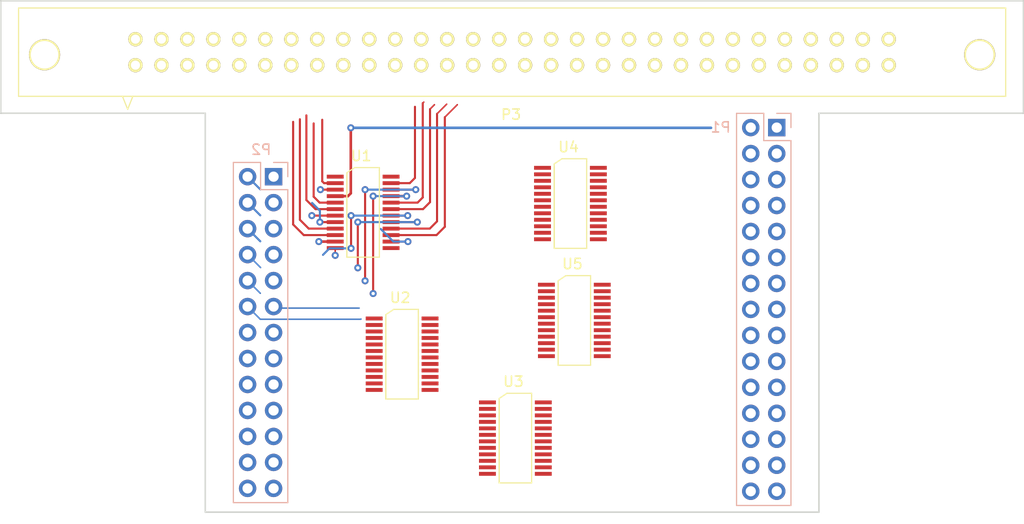
<source format=kicad_pcb>
(kicad_pcb (version 4) (host pcbnew 4.0.1-stable)

  (general
    (links 128)
    (no_connects 128)
    (area -50.075001 -30.075001 50.075001 20.075001)
    (thickness 1.6)
    (drawings 9)
    (tracks 95)
    (zones 0)
    (modules 8)
    (nets 109)
  )

  (page A4)
  (title_block
    (title "CSS118, Parking Meter PCB")
    (date 2016-07-25)
    (rev 7A)
    (company "Custom Silicon Solutions, Inc.")
  )

  (layers
    (0 F.Cu signal)
    (31 B.Cu signal)
    (32 B.Adhes user)
    (33 F.Adhes user)
    (34 B.Paste user)
    (35 F.Paste user)
    (36 B.SilkS user)
    (37 F.SilkS user)
    (38 B.Mask user)
    (39 F.Mask user)
    (40 Dwgs.User user)
    (41 Cmts.User user)
    (42 Eco1.User user)
    (43 Eco2.User user)
    (44 Edge.Cuts user)
    (45 Margin user)
    (46 B.CrtYd user)
    (47 F.CrtYd user)
    (48 B.Fab user)
    (49 F.Fab user)
  )

  (setup
    (last_trace_width 0.2032)
    (user_trace_width 0.1524)
    (user_trace_width 0.1778)
    (user_trace_width 0.2032)
    (user_trace_width 0.254)
    (trace_clearance 0.1524)
    (zone_clearance 0.508)
    (zone_45_only no)
    (trace_min 0.1524)
    (segment_width 0.2)
    (edge_width 0.15)
    (via_size 0.6858)
    (via_drill 0.3302)
    (via_min_size 0.6858)
    (via_min_drill 0.3302)
    (user_via 0.6858 0.3302)
    (uvia_size 0.3)
    (uvia_drill 0.1)
    (uvias_allowed no)
    (uvia_min_size 0.2)
    (uvia_min_drill 0.1)
    (pcb_text_width 0.3)
    (pcb_text_size 1.5 1.5)
    (mod_edge_width 0.15)
    (mod_text_size 1 1)
    (mod_text_width 0.15)
    (pad_size 1.524 1.524)
    (pad_drill 0.762)
    (pad_to_mask_clearance 0.2)
    (aux_axis_origin 0 0)
    (grid_origin -16.4592 -10.3124)
    (visible_elements 7FFEF77F)
    (pcbplotparams
      (layerselection 0x010f0_80000001)
      (usegerberextensions true)
      (excludeedgelayer true)
      (linewidth 0.100000)
      (plotframeref false)
      (viasonmask false)
      (mode 1)
      (useauxorigin false)
      (hpglpennumber 1)
      (hpglpenspeed 20)
      (hpglpendiameter 15)
      (hpglpenoverlay 2)
      (psnegative false)
      (psa4output false)
      (plotreference true)
      (plotvalue true)
      (plotinvisibletext false)
      (padsonsilk false)
      (subtractmaskfromsilk false)
      (outputformat 1)
      (mirror false)
      (drillshape 0)
      (scaleselection 1)
      (outputdirectory project_outputs/))
  )

  (net 0 "")
  (net 1 /MID1)
  (net 2 /MID2)
  (net 3 /A1)
  (net 4 /A2)
  (net 5 /B1)
  (net 6 /B2)
  (net 7 /LED1)
  (net 8 GND)
  (net 9 /LED2)
  (net 10 /C1)
  (net 11 /C2)
  (net 12 /D1)
  (net 13 /D2)
  (net 14 /E1)
  (net 15 /E2)
  (net 16 /F1)
  (net 17 /F2)
  (net 18 /G1)
  (net 19 /G2)
  (net 20 /H1)
  (net 21 /H2)
  (net 22 /I1)
  (net 23 /I2)
  (net 24 /J1)
  (net 25 /J2)
  (net 26 /K1)
  (net 27 /K2)
  (net 28 /L1)
  (net 29 /L2)
  (net 30 /M1)
  (net 31 /M2)
  (net 32 /N1)
  (net 33 /N2)
  (net 34 /O1)
  (net 35 /O2)
  (net 36 /P1)
  (net 37 /P2)
  (net 38 /Q1)
  (net 39 /Q2)
  (net 40 /R1)
  (net 41 /R2)
  (net 42 /S1)
  (net 43 /S2)
  (net 44 /T1)
  (net 45 /T2)
  (net 46 /U1)
  (net 47 /U2)
  (net 48 /V1)
  (net 49 /V2)
  (net 50 /SDA)
  (net 51 /SCL)
  (net 52 /3V3)
  (net 53 "Net-(P2-Pad1)")
  (net 54 "Net-(P1-Pad1)")
  (net 55 "Net-(P2-Pad25)")
  (net 56 "Net-(P2-Pad26)")
  (net 57 /MID1_SW)
  (net 58 /MID2_SW)
  (net 59 /A1_SW)
  (net 60 /A2_SW)
  (net 61 /B1_SW)
  (net 62 /B2_SW)
  (net 63 /C1_SW)
  (net 64 /C2_SW)
  (net 65 /D1_SW)
  (net 66 /D2_SW)
  (net 67 /E1_SW)
  (net 68 /E2_SW)
  (net 69 /F1_SW)
  (net 70 /F2_SW)
  (net 71 /G1_SW)
  (net 72 /G2_SW)
  (net 73 /H1_SW)
  (net 74 /H2_SW)
  (net 75 /I1_SW)
  (net 76 /I2_SW)
  (net 77 /J1_SW)
  (net 78 /J2_SW)
  (net 79 /K1_SW)
  (net 80 /K2_SW)
  (net 81 /L1_SW)
  (net 82 /L2_SW)
  (net 83 /M1_SW)
  (net 84 /M2_SW)
  (net 85 /N1_SW)
  (net 86 /N2_SW)
  (net 87 /O1_SW)
  (net 88 /O2_SW)
  (net 89 /P1_SW)
  (net 90 /P2_SW)
  (net 91 /Q1_SW)
  (net 92 /Q2_SW)
  (net 93 /R1_SW)
  (net 94 /R2_SW)
  (net 95 /S1_SW)
  (net 96 /S2_SW)
  (net 97 /T1_SW)
  (net 98 /T2_SW)
  (net 99 /U1_SW)
  (net 100 /U2_SW)
  (net 101 /V1_SW)
  (net 102 /V2_SW)
  (net 103 /LED1_SW)
  (net 104 /LED2_SW)
  (net 105 /SDA_SW)
  (net 106 /SCL_SW)
  (net 107 /5V)
  (net 108 /CTL)

  (net_class Default "This is the default net class."
    (clearance 0.1524)
    (trace_width 0.1524)
    (via_dia 0.6858)
    (via_drill 0.3302)
    (uvia_dia 0.3)
    (uvia_drill 0.1)
    (add_net /3V3)
    (add_net /5V)
    (add_net /A1)
    (add_net /A1_SW)
    (add_net /A2)
    (add_net /A2_SW)
    (add_net /B1)
    (add_net /B1_SW)
    (add_net /B2)
    (add_net /B2_SW)
    (add_net /C1)
    (add_net /C1_SW)
    (add_net /C2)
    (add_net /C2_SW)
    (add_net /CTL)
    (add_net /D1)
    (add_net /D1_SW)
    (add_net /D2)
    (add_net /D2_SW)
    (add_net /E1)
    (add_net /E1_SW)
    (add_net /E2)
    (add_net /E2_SW)
    (add_net /F1)
    (add_net /F1_SW)
    (add_net /F2)
    (add_net /F2_SW)
    (add_net /G1)
    (add_net /G1_SW)
    (add_net /G2)
    (add_net /G2_SW)
    (add_net /H1)
    (add_net /H1_SW)
    (add_net /H2)
    (add_net /H2_SW)
    (add_net /I1)
    (add_net /I1_SW)
    (add_net /I2)
    (add_net /I2_SW)
    (add_net /J1)
    (add_net /J1_SW)
    (add_net /J2)
    (add_net /J2_SW)
    (add_net /K1)
    (add_net /K1_SW)
    (add_net /K2)
    (add_net /K2_SW)
    (add_net /L1)
    (add_net /L1_SW)
    (add_net /L2)
    (add_net /L2_SW)
    (add_net /LED1)
    (add_net /LED1_SW)
    (add_net /LED2)
    (add_net /LED2_SW)
    (add_net /M1)
    (add_net /M1_SW)
    (add_net /M2)
    (add_net /M2_SW)
    (add_net /MID1)
    (add_net /MID1_SW)
    (add_net /MID2)
    (add_net /MID2_SW)
    (add_net /N1)
    (add_net /N1_SW)
    (add_net /N2)
    (add_net /N2_SW)
    (add_net /O1)
    (add_net /O1_SW)
    (add_net /O2)
    (add_net /O2_SW)
    (add_net /P1)
    (add_net /P1_SW)
    (add_net /P2)
    (add_net /P2_SW)
    (add_net /Q1)
    (add_net /Q1_SW)
    (add_net /Q2)
    (add_net /Q2_SW)
    (add_net /R1)
    (add_net /R1_SW)
    (add_net /R2)
    (add_net /R2_SW)
    (add_net /S1)
    (add_net /S1_SW)
    (add_net /S2)
    (add_net /S2_SW)
    (add_net /SCL)
    (add_net /SCL_SW)
    (add_net /SDA)
    (add_net /SDA_SW)
    (add_net /T1)
    (add_net /T1_SW)
    (add_net /T2)
    (add_net /T2_SW)
    (add_net /U1)
    (add_net /U1_SW)
    (add_net /U2)
    (add_net /U2_SW)
    (add_net /V1)
    (add_net /V1_SW)
    (add_net /V2)
    (add_net /V2_SW)
    (add_net GND)
    (add_net "Net-(P1-Pad1)")
    (add_net "Net-(P2-Pad1)")
    (add_net "Net-(P2-Pad25)")
    (add_net "Net-(P2-Pad26)")
  )

  (module Pin_Header_Straight_2x15_Pitch2.54mm (layer B.Cu) (tedit 589A9CD3) (tstamp 588AEAED)
    (at 24.605 0.18 180)
    (descr "Through hole straight pin header, 2x15, 2.54mm pitch, double rows")
    (tags "Through hole pin header THT 2x15 2.54mm double row")
    (path /588CBED8)
    (fp_text reference P1 (at 4.2088 17.8076 180) (layer B.SilkS)
      (effects (font (size 1 1) (thickness 0.15)) (justify mirror))
    )
    (fp_text value CONN_02X15 (at 0 -20.17 180) (layer B.Fab)
      (effects (font (size 1 1) (thickness 0.15)) (justify mirror))
    )
    (fp_line (start -2.54 19.05) (end -2.54 -19.05) (layer B.Fab) (width 0.1))
    (fp_line (start -2.54 -19.05) (end 2.54 -19.05) (layer B.Fab) (width 0.1))
    (fp_line (start 2.54 -19.05) (end 2.54 19.05) (layer B.Fab) (width 0.1))
    (fp_line (start 2.54 19.05) (end -2.54 19.05) (layer B.Fab) (width 0.1))
    (fp_line (start -2.66 16.51) (end -2.66 -19.17) (layer B.SilkS) (width 0.12))
    (fp_line (start -2.66 -19.17) (end 2.66 -19.17) (layer B.SilkS) (width 0.12))
    (fp_line (start 2.66 -19.17) (end 2.66 19.17) (layer B.SilkS) (width 0.12))
    (fp_line (start 2.66 19.17) (end 0 19.17) (layer B.SilkS) (width 0.12))
    (fp_line (start 0 19.17) (end 0 16.51) (layer B.SilkS) (width 0.12))
    (fp_line (start 0 16.51) (end -2.66 16.51) (layer B.SilkS) (width 0.12))
    (fp_line (start -2.66 17.78) (end -2.66 19.17) (layer B.SilkS) (width 0.12))
    (fp_line (start -2.66 19.17) (end -1.27 19.17) (layer B.SilkS) (width 0.12))
    (fp_line (start -2.87 19.38) (end -2.87 -19.32) (layer B.CrtYd) (width 0.05))
    (fp_line (start -2.87 -19.32) (end 2.83 -19.32) (layer B.CrtYd) (width 0.05))
    (fp_line (start 2.83 -19.32) (end 2.83 19.38) (layer B.CrtYd) (width 0.05))
    (fp_line (start 2.83 19.38) (end -2.87 19.38) (layer B.CrtYd) (width 0.05))
    (pad 1 thru_hole rect (at -1.27 17.78 180) (size 1.7 1.7) (drill 1) (layers *.Cu *.Mask)
      (net 54 "Net-(P1-Pad1)"))
    (pad 2 thru_hole oval (at 1.27 17.78 180) (size 1.7 1.7) (drill 1) (layers *.Cu *.Mask)
      (net 2 /MID2))
    (pad 3 thru_hole oval (at -1.27 15.24 180) (size 1.7 1.7) (drill 1) (layers *.Cu *.Mask)
      (net 29 /L2))
    (pad 4 thru_hole oval (at 1.27 15.24 180) (size 1.7 1.7) (drill 1) (layers *.Cu *.Mask)
      (net 28 /L1))
    (pad 5 thru_hole oval (at -1.27 12.7 180) (size 1.7 1.7) (drill 1) (layers *.Cu *.Mask)
      (net 31 /M2))
    (pad 6 thru_hole oval (at 1.27 12.7 180) (size 1.7 1.7) (drill 1) (layers *.Cu *.Mask)
      (net 30 /M1))
    (pad 7 thru_hole oval (at -1.27 10.16 180) (size 1.7 1.7) (drill 1) (layers *.Cu *.Mask)
      (net 33 /N2))
    (pad 8 thru_hole oval (at 1.27 10.16 180) (size 1.7 1.7) (drill 1) (layers *.Cu *.Mask)
      (net 32 /N1))
    (pad 9 thru_hole oval (at -1.27 7.62 180) (size 1.7 1.7) (drill 1) (layers *.Cu *.Mask)
      (net 35 /O2))
    (pad 10 thru_hole oval (at 1.27 7.62 180) (size 1.7 1.7) (drill 1) (layers *.Cu *.Mask)
      (net 34 /O1))
    (pad 11 thru_hole oval (at -1.27 5.08 180) (size 1.7 1.7) (drill 1) (layers *.Cu *.Mask)
      (net 37 /P2))
    (pad 12 thru_hole oval (at 1.27 5.08 180) (size 1.7 1.7) (drill 1) (layers *.Cu *.Mask)
      (net 36 /P1))
    (pad 13 thru_hole oval (at -1.27 2.54 180) (size 1.7 1.7) (drill 1) (layers *.Cu *.Mask)
      (net 39 /Q2))
    (pad 14 thru_hole oval (at 1.27 2.54 180) (size 1.7 1.7) (drill 1) (layers *.Cu *.Mask)
      (net 38 /Q1))
    (pad 15 thru_hole oval (at -1.27 0 180) (size 1.7 1.7) (drill 1) (layers *.Cu *.Mask)
      (net 41 /R2))
    (pad 16 thru_hole oval (at 1.27 0 180) (size 1.7 1.7) (drill 1) (layers *.Cu *.Mask)
      (net 40 /R1))
    (pad 17 thru_hole oval (at -1.27 -2.54 180) (size 1.7 1.7) (drill 1) (layers *.Cu *.Mask)
      (net 43 /S2))
    (pad 18 thru_hole oval (at 1.27 -2.54 180) (size 1.7 1.7) (drill 1) (layers *.Cu *.Mask)
      (net 42 /S1))
    (pad 19 thru_hole oval (at -1.27 -5.08 180) (size 1.7 1.7) (drill 1) (layers *.Cu *.Mask)
      (net 45 /T2))
    (pad 20 thru_hole oval (at 1.27 -5.08 180) (size 1.7 1.7) (drill 1) (layers *.Cu *.Mask)
      (net 44 /T1))
    (pad 21 thru_hole oval (at -1.27 -7.62 180) (size 1.7 1.7) (drill 1) (layers *.Cu *.Mask)
      (net 47 /U2))
    (pad 22 thru_hole oval (at 1.27 -7.62 180) (size 1.7 1.7) (drill 1) (layers *.Cu *.Mask)
      (net 46 /U1))
    (pad 23 thru_hole oval (at -1.27 -10.16 180) (size 1.7 1.7) (drill 1) (layers *.Cu *.Mask)
      (net 49 /V2))
    (pad 24 thru_hole oval (at 1.27 -10.16 180) (size 1.7 1.7) (drill 1) (layers *.Cu *.Mask)
      (net 48 /V1))
    (pad 25 thru_hole oval (at -1.27 -12.7 180) (size 1.7 1.7) (drill 1) (layers *.Cu *.Mask)
      (net 9 /LED2))
    (pad 26 thru_hole oval (at 1.27 -12.7 180) (size 1.7 1.7) (drill 1) (layers *.Cu *.Mask)
      (net 52 /3V3))
    (pad 27 thru_hole oval (at -1.27 -15.24 180) (size 1.7 1.7) (drill 1) (layers *.Cu *.Mask)
      (net 50 /SDA))
    (pad 28 thru_hole oval (at 1.27 -15.24 180) (size 1.7 1.7) (drill 1) (layers *.Cu *.Mask)
      (net 7 /LED1))
    (pad 29 thru_hole oval (at -1.27 -17.78 180) (size 1.7 1.7) (drill 1) (layers *.Cu *.Mask)
      (net 8 GND))
    (pad 30 thru_hole oval (at 1.27 -17.78 180) (size 1.7 1.7) (drill 1) (layers *.Cu *.Mask)
      (net 51 /SCL))
    (model Pin_Headers.3dshapes/Pin_Header_Straight_2x15_Pitch2.54mm.wrl
      (at (xyz 0.05 -0.7 0))
      (scale (xyz 1 1 1))
      (rotate (xyz 0 0 90))
    )
  )

  (module footprints_on_Cdrive:Pin_Header_Straight_2x13_Pitch2.54mm (layer B.Cu) (tedit 589AA5E4) (tstamp 588AEB1B)
    (at -24.595 2.44 180)
    (descr "Through hole straight pin header, 2x13, 2.54mm pitch, double rows")
    (tags "Through hole pin header THT 2x13 2.54mm double row")
    (path /588CBEDF)
    (fp_text reference P2 (at -0.0586 17.8832 180) (layer B.SilkS)
      (effects (font (size 1 1) (thickness 0.15)) (justify mirror))
    )
    (fp_text value CONN_02X13 (at 0 -17.63 180) (layer B.Fab)
      (effects (font (size 1 1) (thickness 0.15)) (justify mirror))
    )
    (fp_line (start -2.54 16.51) (end -2.54 -16.51) (layer B.Fab) (width 0.1))
    (fp_line (start -2.54 -16.51) (end 2.54 -16.51) (layer B.Fab) (width 0.1))
    (fp_line (start 2.54 -16.51) (end 2.54 16.51) (layer B.Fab) (width 0.1))
    (fp_line (start 2.54 16.51) (end -2.54 16.51) (layer B.Fab) (width 0.1))
    (fp_line (start -2.66 13.97) (end -2.66 -16.63) (layer B.SilkS) (width 0.12))
    (fp_line (start -2.66 -16.63) (end 2.66 -16.63) (layer B.SilkS) (width 0.12))
    (fp_line (start 2.66 -16.63) (end 2.66 16.63) (layer B.SilkS) (width 0.12))
    (fp_line (start 2.66 16.63) (end 0 16.63) (layer B.SilkS) (width 0.12))
    (fp_line (start 0 16.63) (end 0 13.97) (layer B.SilkS) (width 0.12))
    (fp_line (start 0 13.97) (end -2.66 13.97) (layer B.SilkS) (width 0.12))
    (fp_line (start -2.66 15.24) (end -2.66 16.63) (layer B.SilkS) (width 0.12))
    (fp_line (start -2.66 16.63) (end -1.27 16.63) (layer B.SilkS) (width 0.12))
    (fp_line (start -2.87 16.84) (end -2.87 -16.76) (layer B.CrtYd) (width 0.05))
    (fp_line (start -2.87 -16.76) (end 2.83 -16.76) (layer B.CrtYd) (width 0.05))
    (fp_line (start 2.83 -16.76) (end 2.83 16.84) (layer B.CrtYd) (width 0.05))
    (fp_line (start 2.83 16.84) (end -2.87 16.84) (layer B.CrtYd) (width 0.05))
    (pad 1 thru_hole rect (at -1.27 15.24 180) (size 1.7 1.7) (drill 1) (layers *.Cu *.Mask)
      (net 53 "Net-(P2-Pad1)"))
    (pad 2 thru_hole oval (at 1.27 15.24 180) (size 1.7 1.7) (drill 1) (layers *.Cu *.Mask)
      (net 1 /MID1))
    (pad 3 thru_hole oval (at -1.27 12.7 180) (size 1.7 1.7) (drill 1) (layers *.Cu *.Mask)
      (net 4 /A2))
    (pad 4 thru_hole oval (at 1.27 12.7 180) (size 1.7 1.7) (drill 1) (layers *.Cu *.Mask)
      (net 3 /A1))
    (pad 5 thru_hole oval (at -1.27 10.16 180) (size 1.7 1.7) (drill 1) (layers *.Cu *.Mask)
      (net 6 /B2))
    (pad 6 thru_hole oval (at 1.27 10.16 180) (size 1.7 1.7) (drill 1) (layers *.Cu *.Mask)
      (net 5 /B1))
    (pad 7 thru_hole oval (at -1.27 7.62 180) (size 1.7 1.7) (drill 1) (layers *.Cu *.Mask)
      (net 11 /C2))
    (pad 8 thru_hole oval (at 1.27 7.62 180) (size 1.7 1.7) (drill 1) (layers *.Cu *.Mask)
      (net 10 /C1))
    (pad 9 thru_hole oval (at -1.27 5.08 180) (size 1.7 1.7) (drill 1) (layers *.Cu *.Mask)
      (net 13 /D2))
    (pad 10 thru_hole oval (at 1.27 5.08 180) (size 1.7 1.7) (drill 1) (layers *.Cu *.Mask)
      (net 12 /D1))
    (pad 11 thru_hole oval (at -1.27 2.54 180) (size 1.7 1.7) (drill 1) (layers *.Cu *.Mask)
      (net 15 /E2))
    (pad 12 thru_hole oval (at 1.27 2.54 180) (size 1.7 1.7) (drill 1) (layers *.Cu *.Mask)
      (net 14 /E1))
    (pad 13 thru_hole oval (at -1.27 0 180) (size 1.7 1.7) (drill 1) (layers *.Cu *.Mask)
      (net 17 /F2))
    (pad 14 thru_hole oval (at 1.27 0 180) (size 1.7 1.7) (drill 1) (layers *.Cu *.Mask)
      (net 16 /F1))
    (pad 15 thru_hole oval (at -1.27 -2.54 180) (size 1.7 1.7) (drill 1) (layers *.Cu *.Mask)
      (net 19 /G2))
    (pad 16 thru_hole oval (at 1.27 -2.54 180) (size 1.7 1.7) (drill 1) (layers *.Cu *.Mask)
      (net 18 /G1))
    (pad 17 thru_hole oval (at -1.27 -5.08 180) (size 1.7 1.7) (drill 1) (layers *.Cu *.Mask)
      (net 21 /H2))
    (pad 18 thru_hole oval (at 1.27 -5.08 180) (size 1.7 1.7) (drill 1) (layers *.Cu *.Mask)
      (net 20 /H1))
    (pad 19 thru_hole oval (at -1.27 -7.62 180) (size 1.7 1.7) (drill 1) (layers *.Cu *.Mask)
      (net 23 /I2))
    (pad 20 thru_hole oval (at 1.27 -7.62 180) (size 1.7 1.7) (drill 1) (layers *.Cu *.Mask)
      (net 22 /I1))
    (pad 21 thru_hole oval (at -1.27 -10.16 180) (size 1.7 1.7) (drill 1) (layers *.Cu *.Mask)
      (net 25 /J2))
    (pad 22 thru_hole oval (at 1.27 -10.16 180) (size 1.7 1.7) (drill 1) (layers *.Cu *.Mask)
      (net 24 /J1))
    (pad 23 thru_hole oval (at -1.27 -12.7 180) (size 1.7 1.7) (drill 1) (layers *.Cu *.Mask)
      (net 27 /K2))
    (pad 24 thru_hole oval (at 1.27 -12.7 180) (size 1.7 1.7) (drill 1) (layers *.Cu *.Mask)
      (net 26 /K1))
    (pad 25 thru_hole oval (at -1.27 -15.24 180) (size 1.7 1.7) (drill 1) (layers *.Cu *.Mask)
      (net 55 "Net-(P2-Pad25)"))
    (pad 26 thru_hole oval (at 1.27 -15.24 180) (size 1.7 1.7) (drill 1) (layers *.Cu *.Mask)
      (net 56 "Net-(P2-Pad26)"))
    (model Pin_Headers.3dshapes/Pin_Header_Straight_2x13_Pitch2.54mm.wrl
      (at (xyz 0.05 -0.6 0))
      (scale (xyz 1 1 1))
      (rotate (xyz 0 0 90))
    )
  )

  (module footprints_on_Cdrive:HDR_2x30_F_latch (layer F.Cu) (tedit 589A9C3C) (tstamp 589BF933)
    (at 0 -24.9746)
    (path /589B12C3)
    (fp_text reference P3 (at -0.1016 6.1024) (layer F.SilkS)
      (effects (font (size 1 1) (thickness 0.15)))
    )
    (fp_text value CONN_02X30 (at 0.508 8.89) (layer F.Fab)
      (effects (font (size 1 1) (thickness 0.15)))
    )
    (fp_line (start -38.1 4.318) (end -37.592 5.588) (layer F.SilkS) (width 0.12))
    (fp_line (start -37.592 5.588) (end -37.084 4.318) (layer F.SilkS) (width 0.12))
    (fp_line (start -48.26 0) (end -48.26 -4.318) (layer F.SilkS) (width 0.12))
    (fp_line (start -48.26 -4.318) (end 48.26 -4.318) (layer F.SilkS) (width 0.12))
    (fp_line (start 48.26 -4.318) (end 48.26 4.318) (layer F.SilkS) (width 0.12))
    (fp_line (start 48.26 4.318) (end -48.26 4.318) (layer F.SilkS) (width 0.12))
    (fp_line (start -48.26 4.318) (end -48.26 0) (layer F.SilkS) (width 0.12))
    (pad 1 thru_hole circle (at -36.83 1.27) (size 1.397 1.397) (drill 0.889) (layers *.Cu *.Mask F.SilkS)
      (net 57 /MID1_SW))
    (pad 2 thru_hole circle (at -36.83 -1.27) (size 1.397 1.397) (drill 0.889) (layers *.Cu *.Mask F.SilkS)
      (net 58 /MID2_SW))
    (pad 3 thru_hole circle (at -34.29 1.27) (size 1.397 1.397) (drill 0.889) (layers *.Cu *.Mask F.SilkS)
      (net 59 /A1_SW))
    (pad 4 thru_hole circle (at -34.29 -1.27) (size 1.397 1.397) (drill 0.889) (layers *.Cu *.Mask F.SilkS)
      (net 60 /A2_SW))
    (pad 5 thru_hole circle (at -31.75 1.27) (size 1.397 1.397) (drill 0.889) (layers *.Cu *.Mask F.SilkS)
      (net 61 /B1_SW))
    (pad 6 thru_hole circle (at -31.75 -1.27) (size 1.397 1.397) (drill 0.889) (layers *.Cu *.Mask F.SilkS)
      (net 62 /B2_SW))
    (pad 7 thru_hole circle (at -29.21 1.27) (size 1.397 1.397) (drill 0.889) (layers *.Cu *.Mask F.SilkS)
      (net 63 /C1_SW))
    (pad 8 thru_hole circle (at -29.21 -1.27) (size 1.397 1.397) (drill 0.889) (layers *.Cu *.Mask F.SilkS)
      (net 64 /C2_SW))
    (pad 9 thru_hole circle (at -26.67 1.27) (size 1.397 1.397) (drill 0.889) (layers *.Cu *.Mask F.SilkS)
      (net 65 /D1_SW))
    (pad 10 thru_hole circle (at -26.67 -1.27) (size 1.397 1.397) (drill 0.889) (layers *.Cu *.Mask F.SilkS)
      (net 66 /D2_SW))
    (pad 11 thru_hole circle (at -24.13 1.27) (size 1.397 1.397) (drill 0.889) (layers *.Cu *.Mask F.SilkS)
      (net 67 /E1_SW))
    (pad 12 thru_hole circle (at -24.13 -1.27) (size 1.397 1.397) (drill 0.889) (layers *.Cu *.Mask F.SilkS)
      (net 68 /E2_SW))
    (pad 13 thru_hole circle (at -21.59 1.27) (size 1.397 1.397) (drill 0.889) (layers *.Cu *.Mask F.SilkS)
      (net 69 /F1_SW))
    (pad 14 thru_hole circle (at -21.59 -1.27) (size 1.397 1.397) (drill 0.889) (layers *.Cu *.Mask F.SilkS)
      (net 70 /F2_SW))
    (pad 15 thru_hole circle (at -19.05 1.27) (size 1.397 1.397) (drill 0.889) (layers *.Cu *.Mask F.SilkS)
      (net 71 /G1_SW))
    (pad 16 thru_hole circle (at -19.05 -1.27) (size 1.397 1.397) (drill 0.889) (layers *.Cu *.Mask F.SilkS)
      (net 72 /G2_SW))
    (pad 17 thru_hole circle (at -16.51 1.27) (size 1.397 1.397) (drill 0.889) (layers *.Cu *.Mask F.SilkS)
      (net 73 /H1_SW))
    (pad 18 thru_hole circle (at -16.51 -1.27) (size 1.397 1.397) (drill 0.889) (layers *.Cu *.Mask F.SilkS)
      (net 74 /H2_SW))
    (pad 19 thru_hole circle (at -13.97 1.27) (size 1.397 1.397) (drill 0.889) (layers *.Cu *.Mask F.SilkS)
      (net 75 /I1_SW))
    (pad 20 thru_hole circle (at -13.97 -1.27) (size 1.397 1.397) (drill 0.889) (layers *.Cu *.Mask F.SilkS)
      (net 76 /I2_SW))
    (pad 21 thru_hole circle (at -11.43 1.27) (size 1.397 1.397) (drill 0.889) (layers *.Cu *.Mask F.SilkS)
      (net 77 /J1_SW))
    (pad 22 thru_hole circle (at -11.43 -1.27) (size 1.397 1.397) (drill 0.889) (layers *.Cu *.Mask F.SilkS)
      (net 78 /J2_SW))
    (pad 23 thru_hole circle (at -8.89 1.27) (size 1.397 1.397) (drill 0.889) (layers *.Cu *.Mask F.SilkS)
      (net 79 /K1_SW))
    (pad 24 thru_hole circle (at -8.89 -1.27) (size 1.397 1.397) (drill 0.889) (layers *.Cu *.Mask F.SilkS)
      (net 80 /K2_SW))
    (pad 25 thru_hole circle (at -6.35 1.27) (size 1.397 1.397) (drill 0.889) (layers *.Cu *.Mask F.SilkS)
      (net 81 /L1_SW))
    (pad 26 thru_hole circle (at -6.35 -1.27) (size 1.397 1.397) (drill 0.889) (layers *.Cu *.Mask F.SilkS)
      (net 82 /L2_SW))
    (pad 27 thru_hole circle (at -3.81 1.27) (size 1.397 1.397) (drill 0.889) (layers *.Cu *.Mask F.SilkS)
      (net 83 /M1_SW))
    (pad 28 thru_hole circle (at -3.81 -1.27) (size 1.397 1.397) (drill 0.889) (layers *.Cu *.Mask F.SilkS)
      (net 84 /M2_SW))
    (pad 29 thru_hole circle (at -1.27 1.27) (size 1.397 1.397) (drill 0.889) (layers *.Cu *.Mask F.SilkS)
      (net 85 /N1_SW))
    (pad 30 thru_hole circle (at -1.27 -1.27) (size 1.397 1.397) (drill 0.889) (layers *.Cu *.Mask F.SilkS)
      (net 86 /N2_SW))
    (pad 31 thru_hole circle (at 1.27 1.27) (size 1.397 1.397) (drill 0.889) (layers *.Cu *.Mask F.SilkS)
      (net 87 /O1_SW))
    (pad 32 thru_hole circle (at 1.27 -1.27) (size 1.397 1.397) (drill 0.889) (layers *.Cu *.Mask F.SilkS)
      (net 88 /O2_SW))
    (pad 33 thru_hole circle (at 3.81 1.27) (size 1.397 1.397) (drill 0.889) (layers *.Cu *.Mask F.SilkS)
      (net 89 /P1_SW))
    (pad 34 thru_hole circle (at 3.81 -1.27) (size 1.397 1.397) (drill 0.889) (layers *.Cu *.Mask F.SilkS)
      (net 90 /P2_SW))
    (pad 35 thru_hole circle (at 6.35 1.27) (size 1.397 1.397) (drill 0.889) (layers *.Cu *.Mask F.SilkS)
      (net 91 /Q1_SW))
    (pad 36 thru_hole circle (at 6.35 -1.27) (size 1.397 1.397) (drill 0.889) (layers *.Cu *.Mask F.SilkS)
      (net 92 /Q2_SW))
    (pad 37 thru_hole circle (at 8.89 1.27) (size 1.397 1.397) (drill 0.889) (layers *.Cu *.Mask F.SilkS)
      (net 93 /R1_SW))
    (pad 38 thru_hole circle (at 8.89 -1.27) (size 1.397 1.397) (drill 0.889) (layers *.Cu *.Mask F.SilkS)
      (net 94 /R2_SW))
    (pad 39 thru_hole circle (at 11.43 1.27) (size 1.397 1.397) (drill 0.889) (layers *.Cu *.Mask F.SilkS)
      (net 95 /S1_SW))
    (pad 40 thru_hole circle (at 11.43 -1.27) (size 1.397 1.397) (drill 0.889) (layers *.Cu *.Mask F.SilkS)
      (net 96 /S2_SW))
    (pad 41 thru_hole circle (at 13.97 1.27) (size 1.397 1.397) (drill 0.889) (layers *.Cu *.Mask F.SilkS)
      (net 97 /T1_SW))
    (pad 42 thru_hole circle (at 13.97 -1.27) (size 1.397 1.397) (drill 0.889) (layers *.Cu *.Mask F.SilkS)
      (net 98 /T2_SW))
    (pad 43 thru_hole circle (at 16.51 1.27) (size 1.397 1.397) (drill 0.889) (layers *.Cu *.Mask F.SilkS)
      (net 99 /U1_SW))
    (pad 44 thru_hole circle (at 16.51 -1.27) (size 1.397 1.397) (drill 0.889) (layers *.Cu *.Mask F.SilkS)
      (net 100 /U2_SW))
    (pad 45 thru_hole circle (at 19.05 1.27) (size 1.397 1.397) (drill 0.889) (layers *.Cu *.Mask F.SilkS)
      (net 101 /V1_SW))
    (pad 46 thru_hole circle (at 19.05 -1.27) (size 1.397 1.397) (drill 0.889) (layers *.Cu *.Mask F.SilkS)
      (net 102 /V2_SW))
    (pad 47 thru_hole circle (at 21.59 1.27) (size 1.397 1.397) (drill 0.889) (layers *.Cu *.Mask F.SilkS)
      (net 103 /LED1_SW))
    (pad 48 thru_hole circle (at 21.59 -1.27) (size 1.397 1.397) (drill 0.889) (layers *.Cu *.Mask F.SilkS)
      (net 104 /LED2_SW))
    (pad 49 thru_hole circle (at 24.13 1.27) (size 1.397 1.397) (drill 0.889) (layers *.Cu *.Mask F.SilkS)
      (net 105 /SDA_SW))
    (pad 50 thru_hole circle (at 24.13 -1.27) (size 1.397 1.397) (drill 0.889) (layers *.Cu *.Mask F.SilkS)
      (net 106 /SCL_SW))
    (pad 51 thru_hole circle (at 26.67 1.27) (size 1.397 1.397) (drill 0.889) (layers *.Cu *.Mask F.SilkS)
      (net 107 /5V))
    (pad 52 thru_hole circle (at 26.67 -1.27) (size 1.397 1.397) (drill 0.889) (layers *.Cu *.Mask F.SilkS)
      (net 107 /5V))
    (pad 53 thru_hole circle (at 29.21 1.27) (size 1.397 1.397) (drill 0.889) (layers *.Cu *.Mask F.SilkS)
      (net 107 /5V))
    (pad 54 thru_hole circle (at 29.21 -1.27) (size 1.397 1.397) (drill 0.889) (layers *.Cu *.Mask F.SilkS)
      (net 52 /3V3))
    (pad 55 thru_hole circle (at 31.75 1.27) (size 1.397 1.397) (drill 0.889) (layers *.Cu *.Mask F.SilkS)
      (net 52 /3V3))
    (pad 56 thru_hole circle (at 31.75 -1.27) (size 1.397 1.397) (drill 0.889) (layers *.Cu *.Mask F.SilkS)
      (net 52 /3V3))
    (pad 57 thru_hole circle (at 34.29 1.27) (size 1.397 1.397) (drill 0.889) (layers *.Cu *.Mask F.SilkS)
      (net 108 /CTL))
    (pad 58 thru_hole circle (at 34.29 -1.27) (size 1.397 1.397) (drill 0.889) (layers *.Cu *.Mask F.SilkS)
      (net 8 GND))
    (pad 59 thru_hole circle (at 36.83 1.27) (size 1.397 1.397) (drill 0.889) (layers *.Cu *.Mask F.SilkS)
      (net 8 GND))
    (pad 60 thru_hole circle (at 36.83 -1.27) (size 1.397 1.397) (drill 0.889) (layers *.Cu *.Mask F.SilkS)
      (net 8 GND))
    (pad 0 thru_hole circle (at 45.72 0.254) (size 3.048 3.048) (drill 2.6924) (layers *.Cu *.Mask F.SilkS))
    (pad 0 thru_hole circle (at -45.72 0.254) (size 3.048 3.048) (drill 2.6924) (layers *.Cu *.Mask F.SilkS))
  )

  (module footprints_on_Cdrive:QSOP-24 (layer F.Cu) (tedit 589A9346) (tstamp 589BF956)
    (at -13.4874 1.0668 270)
    (path /589995C3)
    (fp_text reference U2 (at -2.032 -2.54 360) (layer F.SilkS)
      (effects (font (size 1 1) (thickness 0.15)))
    )
    (fp_text value QS4A110 (at 9.144 -2.54 360) (layer F.Fab)
      (effects (font (size 1 1) (thickness 0.15)))
    )
    (fp_line (start -0.889 -4.318) (end -0.635 -4.318) (layer F.SilkS) (width 0.12))
    (fp_line (start -0.889 -4.318) (end -0.889 -1.905) (layer F.SilkS) (width 0.12))
    (fp_line (start -0.889 -1.905) (end -0.381 -1.143) (layer F.SilkS) (width 0.12))
    (fp_line (start -0.381 -1.143) (end 7.874 -1.143) (layer F.SilkS) (width 0.12))
    (fp_line (start -0.127 -1.143) (end 7.874 -1.143) (layer F.SilkS) (width 0.12))
    (fp_line (start -0.635 -4.318) (end 7.874 -4.318) (layer F.SilkS) (width 0.12))
    (fp_line (start 7.874 -4.318) (end 7.874 -1.143) (layer F.SilkS) (width 0.12))
    (pad 1 smd rect (at 0 0 270) (size 0.381 1.651) (layers F.Cu F.Paste F.Mask)
      (net 108 /CTL))
    (pad 2 smd rect (at 0.635 0 270) (size 0.381 1.651) (layers F.Cu F.Paste F.Mask)
      (net 67 /E1_SW))
    (pad 3 smd rect (at 1.27 0 270) (size 0.381 1.651) (layers F.Cu F.Paste F.Mask)
      (net 14 /E1))
    (pad 4 smd rect (at 1.905 0 270) (size 0.381 1.651) (layers F.Cu F.Paste F.Mask)
      (net 15 /E2))
    (pad 5 smd rect (at 2.54 0 270) (size 0.381 1.651) (layers F.Cu F.Paste F.Mask)
      (net 68 /E2_SW))
    (pad 6 smd rect (at 3.175 0 270) (size 0.381 1.651) (layers F.Cu F.Paste F.Mask)
      (net 69 /F1_SW))
    (pad 7 smd rect (at 3.81 0 270) (size 0.381 1.651) (layers F.Cu F.Paste F.Mask)
      (net 16 /F1))
    (pad 8 smd rect (at 4.445 0 270) (size 0.381 1.651) (layers F.Cu F.Paste F.Mask)
      (net 17 /F2))
    (pad 9 smd rect (at 5.08 0 270) (size 0.381 1.651) (layers F.Cu F.Paste F.Mask)
      (net 70 /F2_SW))
    (pad 10 smd rect (at 5.715 0 270) (size 0.381 1.651) (layers F.Cu F.Paste F.Mask)
      (net 71 /G1_SW))
    (pad 11 smd rect (at 6.35 0 270) (size 0.381 1.651) (layers F.Cu F.Paste F.Mask)
      (net 18 /G1))
    (pad 12 smd rect (at 6.985 0 270) (size 0.381 1.651) (layers F.Cu F.Paste F.Mask)
      (net 8 GND))
    (pad 13 smd rect (at 6.985 -5.461 270) (size 0.381 1.651) (layers F.Cu F.Paste F.Mask)
      (net 108 /CTL))
    (pad 14 smd rect (at 6.35 -5.461 270) (size 0.381 1.651) (layers F.Cu F.Paste F.Mask)
      (net 19 /G2))
    (pad 15 smd rect (at 5.715 -5.461 270) (size 0.381 1.651) (layers F.Cu F.Paste F.Mask)
      (net 72 /G2_SW))
    (pad 16 smd rect (at 5.08 -5.461 270) (size 0.381 1.651) (layers F.Cu F.Paste F.Mask)
      (net 73 /H1_SW))
    (pad 17 smd rect (at 4.445 -5.461 270) (size 0.381 1.651) (layers F.Cu F.Paste F.Mask)
      (net 20 /H1))
    (pad 18 smd rect (at 3.81 -5.461 270) (size 0.381 1.651) (layers F.Cu F.Paste F.Mask)
      (net 21 /H2))
    (pad 19 smd rect (at 3.175 -5.461 270) (size 0.381 1.651) (layers F.Cu F.Paste F.Mask)
      (net 74 /H2_SW))
    (pad 20 smd rect (at 2.54 -5.461 270) (size 0.381 1.651) (layers F.Cu F.Paste F.Mask)
      (net 75 /I1_SW))
    (pad 21 smd rect (at 1.905 -5.461 270) (size 0.381 1.651) (layers F.Cu F.Paste F.Mask)
      (net 22 /I1))
    (pad 22 smd rect (at 1.27 -5.461 270) (size 0.381 1.651) (layers F.Cu F.Paste F.Mask)
      (net 23 /I2))
    (pad 23 smd rect (at 0.635 -5.461 270) (size 0.381 1.651) (layers F.Cu F.Paste F.Mask)
      (net 76 /I2_SW))
    (pad 24 smd rect (at 0 -5.461 270) (size 0.381 1.651) (layers F.Cu F.Paste F.Mask)
      (net 107 /5V))
  )

  (module footprints_on_Cdrive:QSOP-24 (layer F.Cu) (tedit 589A9346) (tstamp 589BF979)
    (at -2.413 9.271 270)
    (path /58999685)
    (fp_text reference U3 (at -2.032 -2.54 360) (layer F.SilkS)
      (effects (font (size 1 1) (thickness 0.15)))
    )
    (fp_text value QS4A110 (at 9.144 -2.54 360) (layer F.Fab)
      (effects (font (size 1 1) (thickness 0.15)))
    )
    (fp_line (start -0.889 -4.318) (end -0.635 -4.318) (layer F.SilkS) (width 0.12))
    (fp_line (start -0.889 -4.318) (end -0.889 -1.905) (layer F.SilkS) (width 0.12))
    (fp_line (start -0.889 -1.905) (end -0.381 -1.143) (layer F.SilkS) (width 0.12))
    (fp_line (start -0.381 -1.143) (end 7.874 -1.143) (layer F.SilkS) (width 0.12))
    (fp_line (start -0.127 -1.143) (end 7.874 -1.143) (layer F.SilkS) (width 0.12))
    (fp_line (start -0.635 -4.318) (end 7.874 -4.318) (layer F.SilkS) (width 0.12))
    (fp_line (start 7.874 -4.318) (end 7.874 -1.143) (layer F.SilkS) (width 0.12))
    (pad 1 smd rect (at 0 0 270) (size 0.381 1.651) (layers F.Cu F.Paste F.Mask)
      (net 108 /CTL))
    (pad 2 smd rect (at 0.635 0 270) (size 0.381 1.651) (layers F.Cu F.Paste F.Mask)
      (net 77 /J1_SW))
    (pad 3 smd rect (at 1.27 0 270) (size 0.381 1.651) (layers F.Cu F.Paste F.Mask)
      (net 24 /J1))
    (pad 4 smd rect (at 1.905 0 270) (size 0.381 1.651) (layers F.Cu F.Paste F.Mask)
      (net 25 /J2))
    (pad 5 smd rect (at 2.54 0 270) (size 0.381 1.651) (layers F.Cu F.Paste F.Mask)
      (net 78 /J2_SW))
    (pad 6 smd rect (at 3.175 0 270) (size 0.381 1.651) (layers F.Cu F.Paste F.Mask)
      (net 79 /K1_SW))
    (pad 7 smd rect (at 3.81 0 270) (size 0.381 1.651) (layers F.Cu F.Paste F.Mask)
      (net 26 /K1))
    (pad 8 smd rect (at 4.445 0 270) (size 0.381 1.651) (layers F.Cu F.Paste F.Mask)
      (net 27 /K2))
    (pad 9 smd rect (at 5.08 0 270) (size 0.381 1.651) (layers F.Cu F.Paste F.Mask)
      (net 80 /K2_SW))
    (pad 10 smd rect (at 5.715 0 270) (size 0.381 1.651) (layers F.Cu F.Paste F.Mask)
      (net 81 /L1_SW))
    (pad 11 smd rect (at 6.35 0 270) (size 0.381 1.651) (layers F.Cu F.Paste F.Mask)
      (net 28 /L1))
    (pad 12 smd rect (at 6.985 0 270) (size 0.381 1.651) (layers F.Cu F.Paste F.Mask)
      (net 8 GND))
    (pad 13 smd rect (at 6.985 -5.461 270) (size 0.381 1.651) (layers F.Cu F.Paste F.Mask)
      (net 108 /CTL))
    (pad 14 smd rect (at 6.35 -5.461 270) (size 0.381 1.651) (layers F.Cu F.Paste F.Mask)
      (net 29 /L2))
    (pad 15 smd rect (at 5.715 -5.461 270) (size 0.381 1.651) (layers F.Cu F.Paste F.Mask)
      (net 82 /L2_SW))
    (pad 16 smd rect (at 5.08 -5.461 270) (size 0.381 1.651) (layers F.Cu F.Paste F.Mask)
      (net 83 /M1_SW))
    (pad 17 smd rect (at 4.445 -5.461 270) (size 0.381 1.651) (layers F.Cu F.Paste F.Mask)
      (net 30 /M1))
    (pad 18 smd rect (at 3.81 -5.461 270) (size 0.381 1.651) (layers F.Cu F.Paste F.Mask)
      (net 31 /M2))
    (pad 19 smd rect (at 3.175 -5.461 270) (size 0.381 1.651) (layers F.Cu F.Paste F.Mask)
      (net 84 /M2_SW))
    (pad 20 smd rect (at 2.54 -5.461 270) (size 0.381 1.651) (layers F.Cu F.Paste F.Mask)
      (net 85 /N1_SW))
    (pad 21 smd rect (at 1.905 -5.461 270) (size 0.381 1.651) (layers F.Cu F.Paste F.Mask)
      (net 32 /N1))
    (pad 22 smd rect (at 1.27 -5.461 270) (size 0.381 1.651) (layers F.Cu F.Paste F.Mask)
      (net 33 /N2))
    (pad 23 smd rect (at 0.635 -5.461 270) (size 0.381 1.651) (layers F.Cu F.Paste F.Mask)
      (net 86 /N2_SW))
    (pad 24 smd rect (at 0 -5.461 270) (size 0.381 1.651) (layers F.Cu F.Paste F.Mask)
      (net 107 /5V))
  )

  (module footprints_on_Cdrive:QSOP-24 (layer F.Cu) (tedit 589A9346) (tstamp 589BF99C)
    (at 2.9718 -13.6652 270)
    (path /5899978E)
    (fp_text reference U4 (at -2.032 -2.54 360) (layer F.SilkS)
      (effects (font (size 1 1) (thickness 0.15)))
    )
    (fp_text value QS4A110 (at 9.144 -2.54 360) (layer F.Fab)
      (effects (font (size 1 1) (thickness 0.15)))
    )
    (fp_line (start -0.889 -4.318) (end -0.635 -4.318) (layer F.SilkS) (width 0.12))
    (fp_line (start -0.889 -4.318) (end -0.889 -1.905) (layer F.SilkS) (width 0.12))
    (fp_line (start -0.889 -1.905) (end -0.381 -1.143) (layer F.SilkS) (width 0.12))
    (fp_line (start -0.381 -1.143) (end 7.874 -1.143) (layer F.SilkS) (width 0.12))
    (fp_line (start -0.127 -1.143) (end 7.874 -1.143) (layer F.SilkS) (width 0.12))
    (fp_line (start -0.635 -4.318) (end 7.874 -4.318) (layer F.SilkS) (width 0.12))
    (fp_line (start 7.874 -4.318) (end 7.874 -1.143) (layer F.SilkS) (width 0.12))
    (pad 1 smd rect (at 0 0 270) (size 0.381 1.651) (layers F.Cu F.Paste F.Mask)
      (net 108 /CTL))
    (pad 2 smd rect (at 0.635 0 270) (size 0.381 1.651) (layers F.Cu F.Paste F.Mask)
      (net 87 /O1_SW))
    (pad 3 smd rect (at 1.27 0 270) (size 0.381 1.651) (layers F.Cu F.Paste F.Mask)
      (net 34 /O1))
    (pad 4 smd rect (at 1.905 0 270) (size 0.381 1.651) (layers F.Cu F.Paste F.Mask)
      (net 35 /O2))
    (pad 5 smd rect (at 2.54 0 270) (size 0.381 1.651) (layers F.Cu F.Paste F.Mask)
      (net 88 /O2_SW))
    (pad 6 smd rect (at 3.175 0 270) (size 0.381 1.651) (layers F.Cu F.Paste F.Mask)
      (net 89 /P1_SW))
    (pad 7 smd rect (at 3.81 0 270) (size 0.381 1.651) (layers F.Cu F.Paste F.Mask)
      (net 36 /P1))
    (pad 8 smd rect (at 4.445 0 270) (size 0.381 1.651) (layers F.Cu F.Paste F.Mask)
      (net 37 /P2))
    (pad 9 smd rect (at 5.08 0 270) (size 0.381 1.651) (layers F.Cu F.Paste F.Mask)
      (net 90 /P2_SW))
    (pad 10 smd rect (at 5.715 0 270) (size 0.381 1.651) (layers F.Cu F.Paste F.Mask)
      (net 91 /Q1_SW))
    (pad 11 smd rect (at 6.35 0 270) (size 0.381 1.651) (layers F.Cu F.Paste F.Mask)
      (net 38 /Q1))
    (pad 12 smd rect (at 6.985 0 270) (size 0.381 1.651) (layers F.Cu F.Paste F.Mask)
      (net 8 GND))
    (pad 13 smd rect (at 6.985 -5.461 270) (size 0.381 1.651) (layers F.Cu F.Paste F.Mask)
      (net 108 /CTL))
    (pad 14 smd rect (at 6.35 -5.461 270) (size 0.381 1.651) (layers F.Cu F.Paste F.Mask)
      (net 39 /Q2))
    (pad 15 smd rect (at 5.715 -5.461 270) (size 0.381 1.651) (layers F.Cu F.Paste F.Mask)
      (net 92 /Q2_SW))
    (pad 16 smd rect (at 5.08 -5.461 270) (size 0.381 1.651) (layers F.Cu F.Paste F.Mask)
      (net 93 /R1_SW))
    (pad 17 smd rect (at 4.445 -5.461 270) (size 0.381 1.651) (layers F.Cu F.Paste F.Mask)
      (net 40 /R1))
    (pad 18 smd rect (at 3.81 -5.461 270) (size 0.381 1.651) (layers F.Cu F.Paste F.Mask)
      (net 41 /R2))
    (pad 19 smd rect (at 3.175 -5.461 270) (size 0.381 1.651) (layers F.Cu F.Paste F.Mask)
      (net 94 /R2_SW))
    (pad 20 smd rect (at 2.54 -5.461 270) (size 0.381 1.651) (layers F.Cu F.Paste F.Mask)
      (net 95 /S1_SW))
    (pad 21 smd rect (at 1.905 -5.461 270) (size 0.381 1.651) (layers F.Cu F.Paste F.Mask)
      (net 42 /S1))
    (pad 22 smd rect (at 1.27 -5.461 270) (size 0.381 1.651) (layers F.Cu F.Paste F.Mask)
      (net 43 /S2))
    (pad 23 smd rect (at 0.635 -5.461 270) (size 0.381 1.651) (layers F.Cu F.Paste F.Mask)
      (net 96 /S2_SW))
    (pad 24 smd rect (at 0 -5.461 270) (size 0.381 1.651) (layers F.Cu F.Paste F.Mask)
      (net 107 /5V))
  )

  (module footprints_on_Cdrive:QSOP-24 (layer F.Cu) (tedit 589A9346) (tstamp 589BF9BF)
    (at 3.3528 -2.2352 270)
    (path /58999894)
    (fp_text reference U5 (at -2.032 -2.54 360) (layer F.SilkS)
      (effects (font (size 1 1) (thickness 0.15)))
    )
    (fp_text value QS4A110 (at 9.144 -2.54 360) (layer F.Fab)
      (effects (font (size 1 1) (thickness 0.15)))
    )
    (fp_line (start -0.889 -4.318) (end -0.635 -4.318) (layer F.SilkS) (width 0.12))
    (fp_line (start -0.889 -4.318) (end -0.889 -1.905) (layer F.SilkS) (width 0.12))
    (fp_line (start -0.889 -1.905) (end -0.381 -1.143) (layer F.SilkS) (width 0.12))
    (fp_line (start -0.381 -1.143) (end 7.874 -1.143) (layer F.SilkS) (width 0.12))
    (fp_line (start -0.127 -1.143) (end 7.874 -1.143) (layer F.SilkS) (width 0.12))
    (fp_line (start -0.635 -4.318) (end 7.874 -4.318) (layer F.SilkS) (width 0.12))
    (fp_line (start 7.874 -4.318) (end 7.874 -1.143) (layer F.SilkS) (width 0.12))
    (pad 1 smd rect (at 0 0 270) (size 0.381 1.651) (layers F.Cu F.Paste F.Mask)
      (net 108 /CTL))
    (pad 2 smd rect (at 0.635 0 270) (size 0.381 1.651) (layers F.Cu F.Paste F.Mask)
      (net 97 /T1_SW))
    (pad 3 smd rect (at 1.27 0 270) (size 0.381 1.651) (layers F.Cu F.Paste F.Mask)
      (net 44 /T1))
    (pad 4 smd rect (at 1.905 0 270) (size 0.381 1.651) (layers F.Cu F.Paste F.Mask)
      (net 45 /T2))
    (pad 5 smd rect (at 2.54 0 270) (size 0.381 1.651) (layers F.Cu F.Paste F.Mask)
      (net 98 /T2_SW))
    (pad 6 smd rect (at 3.175 0 270) (size 0.381 1.651) (layers F.Cu F.Paste F.Mask)
      (net 99 /U1_SW))
    (pad 7 smd rect (at 3.81 0 270) (size 0.381 1.651) (layers F.Cu F.Paste F.Mask)
      (net 46 /U1))
    (pad 8 smd rect (at 4.445 0 270) (size 0.381 1.651) (layers F.Cu F.Paste F.Mask)
      (net 47 /U2))
    (pad 9 smd rect (at 5.08 0 270) (size 0.381 1.651) (layers F.Cu F.Paste F.Mask)
      (net 100 /U2_SW))
    (pad 10 smd rect (at 5.715 0 270) (size 0.381 1.651) (layers F.Cu F.Paste F.Mask)
      (net 101 /V1_SW))
    (pad 11 smd rect (at 6.35 0 270) (size 0.381 1.651) (layers F.Cu F.Paste F.Mask)
      (net 48 /V1))
    (pad 12 smd rect (at 6.985 0 270) (size 0.381 1.651) (layers F.Cu F.Paste F.Mask)
      (net 8 GND))
    (pad 13 smd rect (at 6.985 -5.461 270) (size 0.381 1.651) (layers F.Cu F.Paste F.Mask)
      (net 108 /CTL))
    (pad 14 smd rect (at 6.35 -5.461 270) (size 0.381 1.651) (layers F.Cu F.Paste F.Mask)
      (net 49 /V2))
    (pad 15 smd rect (at 5.715 -5.461 270) (size 0.381 1.651) (layers F.Cu F.Paste F.Mask)
      (net 102 /V2_SW))
    (pad 16 smd rect (at 5.08 -5.461 270) (size 0.381 1.651) (layers F.Cu F.Paste F.Mask)
      (net 103 /LED1_SW))
    (pad 17 smd rect (at 4.445 -5.461 270) (size 0.381 1.651) (layers F.Cu F.Paste F.Mask)
      (net 7 /LED1))
    (pad 18 smd rect (at 3.81 -5.461 270) (size 0.381 1.651) (layers F.Cu F.Paste F.Mask)
      (net 9 /LED2))
    (pad 19 smd rect (at 3.175 -5.461 270) (size 0.381 1.651) (layers F.Cu F.Paste F.Mask)
      (net 104 /LED2_SW))
    (pad 20 smd rect (at 2.54 -5.461 270) (size 0.381 1.651) (layers F.Cu F.Paste F.Mask)
      (net 105 /SDA_SW))
    (pad 21 smd rect (at 1.905 -5.461 270) (size 0.381 1.651) (layers F.Cu F.Paste F.Mask)
      (net 50 /SDA))
    (pad 22 smd rect (at 1.27 -5.461 270) (size 0.381 1.651) (layers F.Cu F.Paste F.Mask)
      (net 51 /SCL))
    (pad 23 smd rect (at 0.635 -5.461 270) (size 0.381 1.651) (layers F.Cu F.Paste F.Mask)
      (net 106 /SCL_SW))
    (pad 24 smd rect (at 0 -5.461 270) (size 0.381 1.651) (layers F.Cu F.Paste F.Mask)
      (net 107 /5V))
  )

  (module footprints_on_Cdrive:QSOP-24 (layer F.Cu) (tedit 589A9346) (tstamp 589BFB8B)
    (at -17.2974 -12.8016 270)
    (path /58999048)
    (fp_text reference U1 (at -2.032 -2.54 360) (layer F.SilkS)
      (effects (font (size 1 1) (thickness 0.15)))
    )
    (fp_text value QS4A110 (at 9.144 -2.54 360) (layer F.Fab)
      (effects (font (size 1 1) (thickness 0.15)))
    )
    (fp_line (start -0.889 -4.318) (end -0.635 -4.318) (layer F.SilkS) (width 0.12))
    (fp_line (start -0.889 -4.318) (end -0.889 -1.905) (layer F.SilkS) (width 0.12))
    (fp_line (start -0.889 -1.905) (end -0.381 -1.143) (layer F.SilkS) (width 0.12))
    (fp_line (start -0.381 -1.143) (end 7.874 -1.143) (layer F.SilkS) (width 0.12))
    (fp_line (start -0.127 -1.143) (end 7.874 -1.143) (layer F.SilkS) (width 0.12))
    (fp_line (start -0.635 -4.318) (end 7.874 -4.318) (layer F.SilkS) (width 0.12))
    (fp_line (start 7.874 -4.318) (end 7.874 -1.143) (layer F.SilkS) (width 0.12))
    (pad 1 smd rect (at 0 0 270) (size 0.381 1.651) (layers F.Cu F.Paste F.Mask)
      (net 108 /CTL))
    (pad 2 smd rect (at 0.635 0 270) (size 0.381 1.651) (layers F.Cu F.Paste F.Mask)
      (net 57 /MID1_SW))
    (pad 3 smd rect (at 1.27 0 270) (size 0.381 1.651) (layers F.Cu F.Paste F.Mask)
      (net 1 /MID1))
    (pad 4 smd rect (at 1.905 0 270) (size 0.381 1.651) (layers F.Cu F.Paste F.Mask)
      (net 2 /MID2))
    (pad 5 smd rect (at 2.54 0 270) (size 0.381 1.651) (layers F.Cu F.Paste F.Mask)
      (net 58 /MID2_SW))
    (pad 6 smd rect (at 3.175 0 270) (size 0.381 1.651) (layers F.Cu F.Paste F.Mask)
      (net 59 /A1_SW))
    (pad 7 smd rect (at 3.81 0 270) (size 0.381 1.651) (layers F.Cu F.Paste F.Mask)
      (net 3 /A1))
    (pad 8 smd rect (at 4.445 0 270) (size 0.381 1.651) (layers F.Cu F.Paste F.Mask)
      (net 4 /A2))
    (pad 9 smd rect (at 5.08 0 270) (size 0.381 1.651) (layers F.Cu F.Paste F.Mask)
      (net 60 /A2_SW))
    (pad 10 smd rect (at 5.715 0 270) (size 0.381 1.651) (layers F.Cu F.Paste F.Mask)
      (net 61 /B1_SW))
    (pad 11 smd rect (at 6.35 0 270) (size 0.381 1.651) (layers F.Cu F.Paste F.Mask)
      (net 5 /B1))
    (pad 12 smd rect (at 6.985 0 270) (size 0.381 1.651) (layers F.Cu F.Paste F.Mask)
      (net 8 GND))
    (pad 13 smd rect (at 6.985 -5.461 270) (size 0.381 1.651) (layers F.Cu F.Paste F.Mask)
      (net 108 /CTL))
    (pad 14 smd rect (at 6.35 -5.461 270) (size 0.381 1.651) (layers F.Cu F.Paste F.Mask)
      (net 6 /B2))
    (pad 15 smd rect (at 5.715 -5.461 270) (size 0.381 1.651) (layers F.Cu F.Paste F.Mask)
      (net 62 /B2_SW))
    (pad 16 smd rect (at 5.08 -5.461 270) (size 0.381 1.651) (layers F.Cu F.Paste F.Mask)
      (net 63 /C1_SW))
    (pad 17 smd rect (at 4.445 -5.461 270) (size 0.381 1.651) (layers F.Cu F.Paste F.Mask)
      (net 10 /C1))
    (pad 18 smd rect (at 3.81 -5.461 270) (size 0.381 1.651) (layers F.Cu F.Paste F.Mask)
      (net 11 /C2))
    (pad 19 smd rect (at 3.175 -5.461 270) (size 0.381 1.651) (layers F.Cu F.Paste F.Mask)
      (net 64 /C2_SW))
    (pad 20 smd rect (at 2.54 -5.461 270) (size 0.381 1.651) (layers F.Cu F.Paste F.Mask)
      (net 65 /D1_SW))
    (pad 21 smd rect (at 1.905 -5.461 270) (size 0.381 1.651) (layers F.Cu F.Paste F.Mask)
      (net 12 /D1))
    (pad 22 smd rect (at 1.27 -5.461 270) (size 0.381 1.651) (layers F.Cu F.Paste F.Mask)
      (net 13 /D2))
    (pad 23 smd rect (at 0.635 -5.461 270) (size 0.381 1.651) (layers F.Cu F.Paste F.Mask)
      (net 66 /D2_SW))
    (pad 24 smd rect (at 0 -5.461 270) (size 0.381 1.651) (layers F.Cu F.Paste F.Mask)
      (net 107 /5V))
  )

  (gr_line (start -18.7452 -11.5316) (end -27.94 -11.5316) (angle 90) (layer Eco2.User) (width 0.2))
  (gr_line (start 50 -30) (end -50 -30) (angle 90) (layer Edge.Cuts) (width 0.15))
  (gr_line (start 50 -19) (end 50 -30) (angle 90) (layer Edge.Cuts) (width 0.15))
  (gr_line (start -50 -19) (end -50 -30) (angle 90) (layer Edge.Cuts) (width 0.15))
  (gr_line (start 30 -19) (end 50 -19) (angle 90) (layer Edge.Cuts) (width 0.15))
  (gr_line (start -50 -19) (end -30 -19) (angle 90) (layer Edge.Cuts) (width 0.15))
  (gr_line (start -30 -19) (end -30 20) (angle 90) (layer Edge.Cuts) (width 0.15))
  (gr_line (start 30 20) (end 30 -19) (angle 90) (layer Edge.Cuts) (width 0.15))
  (gr_line (start -30 20) (end 30 20) (angle 90) (layer Edge.Cuts) (width 0.15))

  (segment (start -17.2974 -11.5316) (end -18.7452 -11.5316) (width 0.2032) (layer F.Cu) (net 1))
  (via (at -18.7452 -11.5316) (size 0.6858) (drill 0.3302) (layers F.Cu B.Cu) (net 1))
  (segment (start -24.622 -11.557) (end -25.865 -12.8) (width 0.2032) (layer B.Cu) (net 1) (tstamp 589C0147))
  (segment (start 19.4488 -17.5746) (end -15.7712 -17.5746) (width 0.254) (layer B.Cu) (net 2))
  (segment (start -16.0528 -10.8966) (end -17.2974 -10.8966) (width 0.254) (layer F.Cu) (net 2) (tstamp 589C0093))
  (segment (start -15.7734 -11.176) (end -16.0528 -10.8966) (width 0.254) (layer F.Cu) (net 2) (tstamp 589C0092))
  (segment (start -15.7734 -17.5768) (end -15.7734 -11.176) (width 0.254) (layer F.Cu) (net 2) (tstamp 589C0091))
  (via (at -15.7734 -17.5768) (size 0.6858) (drill 0.3302) (layers F.Cu B.Cu) (net 2))
  (segment (start -15.7712 -17.5746) (end -15.7734 -17.5768) (width 0.1524) (layer B.Cu) (net 2) (tstamp 589C008F))
  (segment (start -17.2974 -8.9916) (end -19.5834 -8.9916) (width 0.2032) (layer F.Cu) (net 3))
  (segment (start -24.622 -9.017) (end -25.865 -10.26) (width 0.2032) (layer B.Cu) (net 3))
  (via (at -19.5834 -8.9916) (size 0.6858) (drill 0.3302) (layers F.Cu B.Cu) (net 3))
  (segment (start -17.2974 -8.3566) (end -18.796 -8.3566) (width 0.2032) (layer F.Cu) (net 4))
  (segment (start -18.796 -9.4726) (end -19.558 -10.2346) (width 0.2032) (layer B.Cu) (net 4) (tstamp 589C00CB))
  (segment (start -18.796 -8.3566) (end -18.796 -9.4726) (width 0.2032) (layer B.Cu) (net 4) (tstamp 589C00CA))
  (via (at -18.796 -8.3566) (size 0.6858) (drill 0.3302) (layers F.Cu B.Cu) (net 4))
  (segment (start -17.2974 -6.4516) (end -18.8976 -6.4516) (width 0.254) (layer F.Cu) (net 5))
  (segment (start -18.8976 -6.4516) (end -18.8468 -6.4516) (width 0.1524) (layer B.Cu) (net 5) (tstamp 589C0088))
  (via (at -18.8976 -6.4516) (size 0.6858) (drill 0.3302) (layers F.Cu B.Cu) (net 5))
  (segment (start -25.865 -7.72) (end -24.622 -6.477) (width 0.2032) (layer B.Cu) (net 5))
  (segment (start -11.8364 -6.4516) (end -10.1854 -6.4516) (width 0.2032) (layer F.Cu) (net 6))
  (segment (start -11.6078 -6.4516) (end -12.8508 -7.6946) (width 0.2032) (layer B.Cu) (net 6) (tstamp 589C00C2))
  (segment (start -10.1854 -6.4516) (end -11.6078 -6.4516) (width 0.2032) (layer B.Cu) (net 6) (tstamp 589C00C1))
  (via (at -10.1854 -6.4516) (size 0.6858) (drill 0.3302) (layers F.Cu B.Cu) (net 6))
  (segment (start -17.2974 -5.8166) (end -17.2974 -5.1054) (width 0.1524) (layer F.Cu) (net 8))
  (via (at -17.2974 -5.1054) (size 0.6858) (drill 0.3302) (layers F.Cu B.Cu) (net 8))
  (segment (start -25.865 -5.18) (end -24.5966 -3.9116) (width 0.1524) (layer B.Cu) (net 10))
  (via (at -15.0876 -8.3566) (size 0.6858) (drill 0.3302) (layers F.Cu B.Cu) (net 10))
  (segment (start -15.0876 -3.8862) (end -15.0876 -8.3566) (width 0.2032) (layer F.Cu) (net 10) (tstamp 589C0117))
  (via (at -15.0876 -3.8862) (size 0.6858) (drill 0.3302) (layers F.Cu B.Cu) (net 10))
  (segment (start -11.8364 -8.3566) (end -9.271 -8.3566) (width 0.2032) (layer F.Cu) (net 10))
  (segment (start -9.271 -8.3566) (end -15.0876 -8.3566) (width 0.2032) (layer B.Cu) (net 10) (tstamp 589C00F6))
  (via (at -9.271 -8.3566) (size 0.6858) (drill 0.3302) (layers F.Cu B.Cu) (net 10))
  (via (at -10.2108 -8.9916) (size 0.6858) (drill 0.3302) (layers F.Cu B.Cu) (net 11))
  (segment (start -10.2108 -8.9916) (end -15.6972 -8.9916) (width 0.2032) (layer B.Cu) (net 11) (tstamp 589C00F1))
  (segment (start -10.2108 -8.9916) (end -11.8364 -8.9916) (width 0.2032) (layer F.Cu) (net 11))
  (segment (start -15.748 -8.9916) (end -15.6972 -8.9916) (width 0.1524) (layer B.Cu) (net 11) (tstamp 589C0111))
  (via (at -15.748 -8.9916) (size 0.6858) (drill 0.3302) (layers F.Cu B.Cu) (net 11))
  (segment (start -15.748 -5.7912) (end -15.748 -8.9916) (width 0.2032) (layer F.Cu) (net 11) (tstamp 589C010E))
  (via (at -15.748 -5.7912) (size 0.6858) (drill 0.3302) (layers F.Cu B.Cu) (net 11))
  (segment (start -17.8562 -5.7912) (end -15.748 -5.7912) (width 0.2032) (layer B.Cu) (net 11) (tstamp 589C010B))
  (segment (start -18.4928 -5.1546) (end -17.8562 -5.7912) (width 0.2032) (layer B.Cu) (net 11) (tstamp 589C010A))
  (segment (start -25.865 -2.64) (end -24.622 -1.397) (width 0.1524) (layer B.Cu) (net 12))
  (via (at -13.589 -10.8966) (size 0.6858) (drill 0.3302) (layers F.Cu B.Cu) (net 12))
  (segment (start -13.589 -1.3716) (end -13.589 -10.8966) (width 0.2032) (layer F.Cu) (net 12) (tstamp 589C012D))
  (via (at -13.589 -1.3716) (size 0.6858) (drill 0.3302) (layers F.Cu B.Cu) (net 12))
  (segment (start -13.589 -10.8966) (end -10.3124 -10.8966) (width 0.2032) (layer B.Cu) (net 12) (tstamp 589C0132))
  (via (at -10.3124 -10.8966) (size 0.6858) (drill 0.3302) (layers F.Cu B.Cu) (net 12))
  (segment (start -10.3124 -10.8966) (end -11.8364 -10.8966) (width 0.254) (layer F.Cu) (net 12))
  (via (at -14.3764 -11.5316) (size 0.6858) (drill 0.3302) (layers F.Cu B.Cu) (net 13))
  (segment (start -14.3764 -2.6162) (end -14.3764 -11.5316) (width 0.2032) (layer F.Cu) (net 13) (tstamp 589C0122))
  (via (at -14.3764 -2.6162) (size 0.6858) (drill 0.3302) (layers F.Cu B.Cu) (net 13))
  (segment (start -14.378 -2.6146) (end -14.3764 -2.6162) (width 0.1524) (layer B.Cu) (net 13) (tstamp 589C0120))
  (segment (start -11.8364 -11.5316) (end -9.4234 -11.5316) (width 0.2032) (layer F.Cu) (net 13))
  (segment (start -9.4234 -11.5316) (end -14.3764 -11.5316) (width 0.2032) (layer B.Cu) (net 13) (tstamp 589C0105))
  (via (at -9.4234 -11.5316) (size 0.6858) (drill 0.3302) (layers F.Cu B.Cu) (net 13))
  (segment (start -25.865 -0.1) (end -24.622 1.143) (width 0.1524) (layer B.Cu) (net 14))
  (segment (start -14.8082 1.143) (end -14.7828 1.1176) (width 0.1524) (layer B.Cu) (net 14) (tstamp 589BFFD4))
  (segment (start -24.622 1.143) (end -14.8082 1.143) (width 0.1524) (layer B.Cu) (net 14) (tstamp 589BFFD2))
  (segment (start -23.325 -0.1) (end -23.1742 0.0508) (width 0.1524) (layer B.Cu) (net 15))
  (segment (start -23.1742 0.0508) (end -14.9606 0.0508) (width 0.1524) (layer B.Cu) (net 15) (tstamp 589BFFD7))
  (segment (start -17.2974 -12.1666) (end -18.3896 -12.1666) (width 0.2032) (layer F.Cu) (net 57))
  (segment (start -18.5674 -12.3444) (end -18.5674 -18.3642) (width 0.2032) (layer F.Cu) (net 57) (tstamp 589C0099))
  (segment (start -18.3896 -12.1666) (end -18.5674 -12.3444) (width 0.2032) (layer F.Cu) (net 57) (tstamp 589C0098))
  (segment (start -17.2974 -10.2616) (end -18.8214 -10.2616) (width 0.2032) (layer F.Cu) (net 58))
  (segment (start -19.4056 -10.8458) (end -19.4056 -18.0086) (width 0.2032) (layer F.Cu) (net 58) (tstamp 589C009D))
  (segment (start -18.8214 -10.2616) (end -19.4056 -10.8458) (width 0.2032) (layer F.Cu) (net 58) (tstamp 589C009C))
  (segment (start -17.2974 -9.6266) (end -19.2278 -9.6266) (width 0.2032) (layer F.Cu) (net 59))
  (segment (start -20.1168 -10.5156) (end -20.1168 -18.796) (width 0.2032) (layer F.Cu) (net 59) (tstamp 589C00A1))
  (segment (start -19.2278 -9.6266) (end -20.1168 -10.5156) (width 0.2032) (layer F.Cu) (net 59) (tstamp 589C00A0))
  (segment (start -17.2974 -7.7216) (end -19.8882 -7.7216) (width 0.2032) (layer F.Cu) (net 60))
  (segment (start -20.7518 -8.5852) (end -20.7518 -18.415) (width 0.2032) (layer F.Cu) (net 60) (tstamp 589C00A6))
  (segment (start -19.8882 -7.7216) (end -20.7518 -8.5852) (width 0.2032) (layer F.Cu) (net 60) (tstamp 589C00A5))
  (segment (start -17.2974 -7.0866) (end -20.3708 -7.0866) (width 0.2032) (layer F.Cu) (net 61))
  (segment (start -21.4122 -8.128) (end -21.4122 -18.161) (width 0.2032) (layer F.Cu) (net 61) (tstamp 589C00AB))
  (segment (start -20.3708 -7.0866) (end -21.4122 -8.128) (width 0.2032) (layer F.Cu) (net 61) (tstamp 589C00AA))
  (segment (start -11.8364 -7.0866) (end -7.3914 -7.0866) (width 0.2032) (layer F.Cu) (net 62))
  (segment (start -6.5786 -18.6182) (end -5.3594 -19.8374) (width 0.1524) (layer F.Cu) (net 62) (tstamp 589C00EC))
  (segment (start -6.5786 -7.8994) (end -6.5786 -18.6182) (width 0.2032) (layer F.Cu) (net 62) (tstamp 589C00EB))
  (segment (start -7.3914 -7.0866) (end -6.5786 -7.8994) (width 0.2032) (layer F.Cu) (net 62) (tstamp 589C00E9))
  (segment (start -11.8364 -7.7216) (end -8.0518 -7.7216) (width 0.2032) (layer F.Cu) (net 63))
  (segment (start -7.3406 -18.9484) (end -6.4008 -19.8882) (width 0.1524) (layer F.Cu) (net 63) (tstamp 589C00E6))
  (segment (start -7.3406 -8.4328) (end -7.3406 -18.9484) (width 0.2032) (layer F.Cu) (net 63) (tstamp 589C00E4))
  (segment (start -8.0518 -7.7216) (end -7.3406 -8.4328) (width 0.2032) (layer F.Cu) (net 63) (tstamp 589C00E2))
  (segment (start -11.8364 -9.6266) (end -8.7122 -9.6266) (width 0.2032) (layer F.Cu) (net 64))
  (segment (start -8.0264 -19.4056) (end -7.5946 -19.8374) (width 0.1524) (layer F.Cu) (net 64) (tstamp 589C00DF))
  (segment (start -8.0264 -10.3124) (end -8.0264 -19.4056) (width 0.2032) (layer F.Cu) (net 64) (tstamp 589C00DE))
  (segment (start -8.7122 -9.6266) (end -8.0264 -10.3124) (width 0.2032) (layer F.Cu) (net 64) (tstamp 589C00DC))
  (segment (start -11.8364 -10.2616) (end -9.2456 -10.2616) (width 0.2032) (layer F.Cu) (net 65))
  (segment (start -8.7376 -19.9898) (end -8.636 -20.0914) (width 0.1524) (layer F.Cu) (net 65) (tstamp 589C00D9))
  (segment (start -8.7376 -10.7696) (end -8.7376 -19.9898) (width 0.2032) (layer F.Cu) (net 65) (tstamp 589C00D8))
  (segment (start -9.2456 -10.2616) (end -8.7376 -10.7696) (width 0.2032) (layer F.Cu) (net 65) (tstamp 589C00D7))
  (segment (start -11.8364 -12.1666) (end -10.0076 -12.1666) (width 0.2032) (layer F.Cu) (net 66))
  (segment (start -9.4996 -12.6746) (end -9.4996 -19.6342) (width 0.2032) (layer F.Cu) (net 66) (tstamp 589C00D4))
  (segment (start -10.0076 -12.1666) (end -9.4996 -12.6746) (width 0.2032) (layer F.Cu) (net 66) (tstamp 589C00D3))

)

</source>
